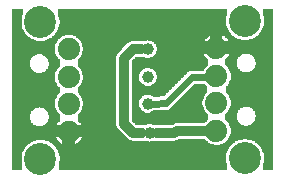
<source format=gbl>
G04 MADE WITH FRITZING*
G04 WWW.FRITZING.ORG*
G04 DOUBLE SIDED*
G04 HOLES PLATED*
G04 CONTOUR ON CENTER OF CONTOUR VECTOR*
%ASAXBY*%
%FSLAX23Y23*%
%MOIN*%
%OFA0B0*%
%SFA1.0B1.0*%
%ADD10C,0.075000*%
%ADD11C,0.074000*%
%ADD12C,0.106614*%
%ADD13C,0.039370*%
%ADD14C,0.024000*%
%ADD15C,0.032000*%
%LNCOPPER0*%
G90*
G70*
G54D10*
X331Y399D03*
G54D11*
X231Y444D03*
X231Y350D03*
X231Y261D03*
X231Y168D03*
G54D12*
X136Y78D03*
X136Y534D03*
G54D11*
X723Y170D03*
X723Y264D03*
X723Y353D03*
X723Y446D03*
G54D12*
X818Y537D03*
X818Y80D03*
G54D13*
X494Y350D03*
X494Y443D03*
X494Y261D03*
X500Y164D03*
G54D14*
X643Y351D02*
X556Y263D01*
D02*
X556Y263D02*
X513Y262D01*
D02*
X687Y351D02*
X643Y351D01*
D02*
X694Y351D02*
X687Y351D01*
G54D15*
D02*
X414Y412D02*
X414Y195D01*
D02*
X593Y171D02*
X680Y170D01*
D02*
X414Y195D02*
X444Y165D01*
D02*
X680Y170D02*
X689Y170D01*
D02*
X525Y164D02*
X581Y164D01*
D02*
X444Y165D02*
X476Y164D01*
D02*
X470Y443D02*
X444Y444D01*
D02*
X581Y164D02*
X593Y171D01*
D02*
X444Y444D02*
X414Y412D01*
G36*
X40Y576D02*
X40Y472D01*
X122Y472D01*
X122Y474D01*
X114Y474D01*
X114Y476D01*
X110Y476D01*
X110Y478D01*
X106Y478D01*
X106Y480D01*
X102Y480D01*
X102Y482D01*
X100Y482D01*
X100Y484D01*
X96Y484D01*
X96Y486D01*
X94Y486D01*
X94Y488D01*
X92Y488D01*
X92Y490D01*
X90Y490D01*
X90Y492D01*
X88Y492D01*
X88Y494D01*
X86Y494D01*
X86Y498D01*
X84Y498D01*
X84Y500D01*
X82Y500D01*
X82Y504D01*
X80Y504D01*
X80Y508D01*
X78Y508D01*
X78Y512D01*
X76Y512D01*
X76Y520D01*
X74Y520D01*
X74Y550D01*
X76Y550D01*
X76Y556D01*
X78Y556D01*
X78Y576D01*
X40Y576D01*
G37*
D02*
G36*
X196Y576D02*
X196Y552D01*
X198Y552D01*
X198Y542D01*
X200Y542D01*
X200Y526D01*
X198Y526D01*
X198Y516D01*
X196Y516D01*
X196Y510D01*
X194Y510D01*
X194Y506D01*
X192Y506D01*
X192Y502D01*
X190Y502D01*
X190Y500D01*
X188Y500D01*
X188Y496D01*
X186Y496D01*
X186Y494D01*
X728Y494D01*
X728Y492D01*
X738Y492D01*
X738Y490D01*
X742Y490D01*
X742Y488D01*
X746Y488D01*
X746Y486D01*
X750Y486D01*
X750Y484D01*
X752Y484D01*
X752Y482D01*
X754Y482D01*
X754Y480D01*
X758Y480D01*
X758Y476D01*
X760Y476D01*
X760Y474D01*
X804Y474D01*
X804Y476D01*
X798Y476D01*
X798Y478D01*
X792Y478D01*
X792Y480D01*
X788Y480D01*
X788Y482D01*
X784Y482D01*
X784Y484D01*
X782Y484D01*
X782Y486D01*
X780Y486D01*
X780Y488D01*
X776Y488D01*
X776Y490D01*
X774Y490D01*
X774Y492D01*
X772Y492D01*
X772Y494D01*
X770Y494D01*
X770Y496D01*
X768Y496D01*
X768Y500D01*
X766Y500D01*
X766Y502D01*
X764Y502D01*
X764Y506D01*
X762Y506D01*
X762Y510D01*
X760Y510D01*
X760Y514D01*
X758Y514D01*
X758Y520D01*
X756Y520D01*
X756Y530D01*
X754Y530D01*
X754Y544D01*
X756Y544D01*
X756Y554D01*
X758Y554D01*
X758Y576D01*
X196Y576D01*
G37*
D02*
G36*
X878Y576D02*
X878Y554D01*
X880Y554D01*
X880Y542D01*
X882Y542D01*
X882Y532D01*
X880Y532D01*
X880Y520D01*
X878Y520D01*
X878Y514D01*
X876Y514D01*
X876Y510D01*
X874Y510D01*
X874Y506D01*
X872Y506D01*
X872Y502D01*
X870Y502D01*
X870Y500D01*
X868Y500D01*
X868Y496D01*
X866Y496D01*
X866Y494D01*
X864Y494D01*
X864Y492D01*
X862Y492D01*
X862Y490D01*
X860Y490D01*
X860Y488D01*
X856Y488D01*
X856Y486D01*
X854Y486D01*
X854Y484D01*
X850Y484D01*
X850Y482D01*
X848Y482D01*
X848Y480D01*
X844Y480D01*
X844Y478D01*
X838Y478D01*
X838Y476D01*
X832Y476D01*
X832Y474D01*
X912Y474D01*
X912Y576D01*
X878Y576D01*
G37*
D02*
G36*
X184Y494D02*
X184Y492D01*
X182Y492D01*
X182Y490D01*
X244Y490D01*
X244Y488D01*
X250Y488D01*
X250Y486D01*
X254Y486D01*
X254Y484D01*
X256Y484D01*
X256Y482D01*
X260Y482D01*
X260Y480D01*
X262Y480D01*
X262Y478D01*
X264Y478D01*
X264Y476D01*
X266Y476D01*
X266Y474D01*
X496Y474D01*
X496Y472D01*
X506Y472D01*
X506Y470D01*
X508Y470D01*
X508Y468D01*
X512Y468D01*
X512Y466D01*
X514Y466D01*
X514Y464D01*
X516Y464D01*
X516Y462D01*
X518Y462D01*
X518Y460D01*
X520Y460D01*
X520Y456D01*
X522Y456D01*
X522Y450D01*
X524Y450D01*
X524Y438D01*
X522Y438D01*
X522Y432D01*
X520Y432D01*
X520Y428D01*
X518Y428D01*
X518Y424D01*
X516Y424D01*
X516Y422D01*
X514Y422D01*
X514Y420D01*
X510Y420D01*
X510Y418D01*
X508Y418D01*
X508Y416D01*
X502Y416D01*
X502Y414D01*
X688Y414D01*
X688Y418D01*
X686Y418D01*
X686Y420D01*
X684Y420D01*
X684Y422D01*
X682Y422D01*
X682Y426D01*
X680Y426D01*
X680Y432D01*
X678Y432D01*
X678Y440D01*
X676Y440D01*
X676Y452D01*
X678Y452D01*
X678Y460D01*
X680Y460D01*
X680Y466D01*
X682Y466D01*
X682Y470D01*
X684Y470D01*
X684Y474D01*
X686Y474D01*
X686Y476D01*
X688Y476D01*
X688Y478D01*
X690Y478D01*
X690Y480D01*
X692Y480D01*
X692Y482D01*
X694Y482D01*
X694Y484D01*
X698Y484D01*
X698Y486D01*
X700Y486D01*
X700Y488D01*
X704Y488D01*
X704Y490D01*
X710Y490D01*
X710Y492D01*
X718Y492D01*
X718Y494D01*
X184Y494D01*
G37*
D02*
G36*
X180Y490D02*
X180Y488D01*
X178Y488D01*
X178Y486D01*
X176Y486D01*
X176Y484D01*
X174Y484D01*
X174Y482D01*
X170Y482D01*
X170Y480D01*
X166Y480D01*
X166Y478D01*
X162Y478D01*
X162Y476D01*
X158Y476D01*
X158Y474D01*
X152Y474D01*
X152Y472D01*
X194Y472D01*
X194Y474D01*
X196Y474D01*
X196Y476D01*
X198Y476D01*
X198Y478D01*
X200Y478D01*
X200Y480D01*
X202Y480D01*
X202Y482D01*
X206Y482D01*
X206Y484D01*
X208Y484D01*
X208Y486D01*
X212Y486D01*
X212Y488D01*
X218Y488D01*
X218Y490D01*
X180Y490D01*
G37*
D02*
G36*
X268Y474D02*
X268Y472D01*
X270Y472D01*
X270Y468D01*
X272Y468D01*
X272Y464D01*
X274Y464D01*
X274Y460D01*
X276Y460D01*
X276Y452D01*
X278Y452D01*
X278Y436D01*
X276Y436D01*
X276Y428D01*
X274Y428D01*
X274Y424D01*
X272Y424D01*
X272Y420D01*
X270Y420D01*
X270Y416D01*
X268Y416D01*
X268Y414D01*
X266Y414D01*
X266Y412D01*
X264Y412D01*
X264Y410D01*
X262Y410D01*
X262Y408D01*
X260Y408D01*
X260Y386D01*
X262Y386D01*
X262Y384D01*
X264Y384D01*
X264Y382D01*
X266Y382D01*
X266Y380D01*
X268Y380D01*
X268Y378D01*
X270Y378D01*
X270Y374D01*
X272Y374D01*
X272Y370D01*
X274Y370D01*
X274Y366D01*
X276Y366D01*
X276Y358D01*
X278Y358D01*
X278Y342D01*
X276Y342D01*
X276Y334D01*
X274Y334D01*
X274Y330D01*
X272Y330D01*
X272Y326D01*
X270Y326D01*
X270Y324D01*
X268Y324D01*
X268Y320D01*
X266Y320D01*
X266Y318D01*
X264Y318D01*
X264Y316D01*
X262Y316D01*
X262Y296D01*
X264Y296D01*
X264Y294D01*
X266Y294D01*
X266Y292D01*
X268Y292D01*
X268Y288D01*
X270Y288D01*
X270Y286D01*
X272Y286D01*
X272Y282D01*
X274Y282D01*
X274Y278D01*
X276Y278D01*
X276Y270D01*
X278Y270D01*
X278Y254D01*
X276Y254D01*
X276Y246D01*
X274Y246D01*
X274Y242D01*
X272Y242D01*
X272Y238D01*
X270Y238D01*
X270Y234D01*
X268Y234D01*
X268Y232D01*
X266Y232D01*
X266Y230D01*
X264Y230D01*
X264Y228D01*
X262Y228D01*
X262Y226D01*
X260Y226D01*
X260Y204D01*
X262Y204D01*
X262Y202D01*
X264Y202D01*
X264Y200D01*
X266Y200D01*
X266Y198D01*
X268Y198D01*
X268Y196D01*
X270Y196D01*
X270Y192D01*
X272Y192D01*
X272Y188D01*
X274Y188D01*
X274Y184D01*
X276Y184D01*
X276Y176D01*
X278Y176D01*
X278Y160D01*
X276Y160D01*
X276Y152D01*
X274Y152D01*
X274Y148D01*
X272Y148D01*
X272Y144D01*
X270Y144D01*
X270Y142D01*
X268Y142D01*
X268Y138D01*
X266Y138D01*
X266Y136D01*
X264Y136D01*
X264Y134D01*
X498Y134D01*
X498Y136D01*
X490Y136D01*
X490Y138D01*
X442Y138D01*
X442Y140D01*
X434Y140D01*
X434Y142D01*
X430Y142D01*
X430Y144D01*
X428Y144D01*
X428Y146D01*
X426Y146D01*
X426Y148D01*
X424Y148D01*
X424Y150D01*
X422Y150D01*
X422Y152D01*
X420Y152D01*
X420Y154D01*
X418Y154D01*
X418Y156D01*
X416Y156D01*
X416Y158D01*
X414Y158D01*
X414Y160D01*
X412Y160D01*
X412Y162D01*
X410Y162D01*
X410Y164D01*
X408Y164D01*
X408Y166D01*
X406Y166D01*
X406Y168D01*
X404Y168D01*
X404Y170D01*
X402Y170D01*
X402Y172D01*
X400Y172D01*
X400Y174D01*
X398Y174D01*
X398Y176D01*
X396Y176D01*
X396Y178D01*
X394Y178D01*
X394Y180D01*
X392Y180D01*
X392Y182D01*
X390Y182D01*
X390Y188D01*
X388Y188D01*
X388Y420D01*
X390Y420D01*
X390Y426D01*
X392Y426D01*
X392Y428D01*
X394Y428D01*
X394Y430D01*
X396Y430D01*
X396Y432D01*
X398Y432D01*
X398Y434D01*
X400Y434D01*
X400Y436D01*
X402Y436D01*
X402Y438D01*
X404Y438D01*
X404Y440D01*
X406Y440D01*
X406Y442D01*
X408Y442D01*
X408Y446D01*
X410Y446D01*
X410Y448D01*
X412Y448D01*
X412Y450D01*
X414Y450D01*
X414Y452D01*
X416Y452D01*
X416Y454D01*
X418Y454D01*
X418Y456D01*
X420Y456D01*
X420Y458D01*
X422Y458D01*
X422Y460D01*
X424Y460D01*
X424Y462D01*
X426Y462D01*
X426Y464D01*
X430Y464D01*
X430Y466D01*
X432Y466D01*
X432Y468D01*
X438Y468D01*
X438Y470D01*
X484Y470D01*
X484Y472D01*
X492Y472D01*
X492Y474D01*
X268Y474D01*
G37*
D02*
G36*
X762Y474D02*
X762Y472D01*
X912Y472D01*
X912Y474D01*
X762Y474D01*
G37*
D02*
G36*
X762Y474D02*
X762Y472D01*
X912Y472D01*
X912Y474D01*
X762Y474D01*
G37*
D02*
G36*
X40Y472D02*
X40Y470D01*
X192Y470D01*
X192Y472D01*
X40Y472D01*
G37*
D02*
G36*
X40Y472D02*
X40Y470D01*
X192Y470D01*
X192Y472D01*
X40Y472D01*
G37*
D02*
G36*
X764Y472D02*
X764Y468D01*
X766Y468D01*
X766Y464D01*
X768Y464D01*
X768Y458D01*
X770Y458D01*
X770Y436D01*
X768Y436D01*
X768Y428D01*
X832Y428D01*
X832Y426D01*
X836Y426D01*
X836Y424D01*
X840Y424D01*
X840Y422D01*
X842Y422D01*
X842Y420D01*
X844Y420D01*
X844Y418D01*
X846Y418D01*
X846Y416D01*
X848Y416D01*
X848Y412D01*
X850Y412D01*
X850Y408D01*
X852Y408D01*
X852Y402D01*
X854Y402D01*
X854Y392D01*
X852Y392D01*
X852Y386D01*
X850Y386D01*
X850Y382D01*
X848Y382D01*
X848Y378D01*
X846Y378D01*
X846Y376D01*
X844Y376D01*
X844Y374D01*
X842Y374D01*
X842Y372D01*
X840Y372D01*
X840Y370D01*
X836Y370D01*
X836Y368D01*
X830Y368D01*
X830Y366D01*
X912Y366D01*
X912Y472D01*
X764Y472D01*
G37*
D02*
G36*
X40Y470D02*
X40Y426D01*
X140Y426D01*
X140Y424D01*
X146Y424D01*
X146Y422D01*
X150Y422D01*
X150Y420D01*
X152Y420D01*
X152Y418D01*
X154Y418D01*
X154Y416D01*
X156Y416D01*
X156Y414D01*
X158Y414D01*
X158Y412D01*
X160Y412D01*
X160Y408D01*
X162Y408D01*
X162Y402D01*
X164Y402D01*
X164Y388D01*
X162Y388D01*
X162Y382D01*
X160Y382D01*
X160Y378D01*
X158Y378D01*
X158Y376D01*
X156Y376D01*
X156Y372D01*
X154Y372D01*
X154Y370D01*
X150Y370D01*
X150Y368D01*
X148Y368D01*
X148Y366D01*
X142Y366D01*
X142Y364D01*
X186Y364D01*
X186Y368D01*
X188Y368D01*
X188Y372D01*
X190Y372D01*
X190Y376D01*
X192Y376D01*
X192Y378D01*
X194Y378D01*
X194Y380D01*
X196Y380D01*
X196Y382D01*
X198Y382D01*
X198Y384D01*
X200Y384D01*
X200Y386D01*
X202Y386D01*
X202Y408D01*
X200Y408D01*
X200Y410D01*
X198Y410D01*
X198Y412D01*
X196Y412D01*
X196Y414D01*
X194Y414D01*
X194Y416D01*
X192Y416D01*
X192Y420D01*
X190Y420D01*
X190Y422D01*
X188Y422D01*
X188Y428D01*
X186Y428D01*
X186Y434D01*
X184Y434D01*
X184Y454D01*
X186Y454D01*
X186Y460D01*
X188Y460D01*
X188Y464D01*
X190Y464D01*
X190Y468D01*
X192Y468D01*
X192Y470D01*
X40Y470D01*
G37*
D02*
G36*
X766Y428D02*
X766Y424D01*
X764Y424D01*
X764Y422D01*
X762Y422D01*
X762Y418D01*
X760Y418D01*
X760Y416D01*
X758Y416D01*
X758Y414D01*
X756Y414D01*
X756Y412D01*
X754Y412D01*
X754Y410D01*
X752Y410D01*
X752Y390D01*
X754Y390D01*
X754Y388D01*
X756Y388D01*
X756Y386D01*
X758Y386D01*
X758Y384D01*
X760Y384D01*
X760Y380D01*
X762Y380D01*
X762Y378D01*
X764Y378D01*
X764Y374D01*
X766Y374D01*
X766Y370D01*
X768Y370D01*
X768Y366D01*
X812Y366D01*
X812Y368D01*
X808Y368D01*
X808Y370D01*
X804Y370D01*
X804Y372D01*
X802Y372D01*
X802Y374D01*
X800Y374D01*
X800Y376D01*
X798Y376D01*
X798Y378D01*
X796Y378D01*
X796Y380D01*
X794Y380D01*
X794Y384D01*
X792Y384D01*
X792Y390D01*
X790Y390D01*
X790Y404D01*
X792Y404D01*
X792Y410D01*
X794Y410D01*
X794Y414D01*
X796Y414D01*
X796Y416D01*
X798Y416D01*
X798Y418D01*
X800Y418D01*
X800Y420D01*
X802Y420D01*
X802Y422D01*
X804Y422D01*
X804Y424D01*
X808Y424D01*
X808Y426D01*
X812Y426D01*
X812Y428D01*
X766Y428D01*
G37*
D02*
G36*
X40Y426D02*
X40Y364D01*
X122Y364D01*
X122Y366D01*
X118Y366D01*
X118Y368D01*
X114Y368D01*
X114Y370D01*
X112Y370D01*
X112Y372D01*
X110Y372D01*
X110Y374D01*
X108Y374D01*
X108Y376D01*
X106Y376D01*
X106Y380D01*
X104Y380D01*
X104Y384D01*
X102Y384D01*
X102Y392D01*
X100Y392D01*
X100Y396D01*
X102Y396D01*
X102Y406D01*
X104Y406D01*
X104Y410D01*
X106Y410D01*
X106Y414D01*
X108Y414D01*
X108Y416D01*
X110Y416D01*
X110Y418D01*
X112Y418D01*
X112Y420D01*
X116Y420D01*
X116Y422D01*
X118Y422D01*
X118Y424D01*
X124Y424D01*
X124Y426D01*
X40Y426D01*
G37*
D02*
G36*
X454Y418D02*
X454Y416D01*
X452Y416D01*
X452Y414D01*
X486Y414D01*
X486Y416D01*
X480Y416D01*
X480Y418D01*
X454Y418D01*
G37*
D02*
G36*
X450Y414D02*
X450Y412D01*
X690Y412D01*
X690Y414D01*
X450Y414D01*
G37*
D02*
G36*
X450Y414D02*
X450Y412D01*
X690Y412D01*
X690Y414D01*
X450Y414D01*
G37*
D02*
G36*
X448Y412D02*
X448Y410D01*
X446Y410D01*
X446Y408D01*
X444Y408D01*
X444Y406D01*
X442Y406D01*
X442Y404D01*
X440Y404D01*
X440Y380D01*
X502Y380D01*
X502Y378D01*
X508Y378D01*
X508Y376D01*
X510Y376D01*
X510Y374D01*
X514Y374D01*
X514Y372D01*
X516Y372D01*
X516Y370D01*
X518Y370D01*
X518Y366D01*
X520Y366D01*
X520Y362D01*
X522Y362D01*
X522Y356D01*
X524Y356D01*
X524Y344D01*
X522Y344D01*
X522Y338D01*
X520Y338D01*
X520Y334D01*
X518Y334D01*
X518Y332D01*
X516Y332D01*
X516Y330D01*
X514Y330D01*
X514Y328D01*
X512Y328D01*
X512Y326D01*
X508Y326D01*
X508Y324D01*
X506Y324D01*
X506Y322D01*
X496Y322D01*
X496Y320D01*
X582Y320D01*
X582Y322D01*
X584Y322D01*
X584Y324D01*
X586Y324D01*
X586Y326D01*
X588Y326D01*
X588Y328D01*
X590Y328D01*
X590Y330D01*
X592Y330D01*
X592Y332D01*
X594Y332D01*
X594Y334D01*
X596Y334D01*
X596Y336D01*
X598Y336D01*
X598Y338D01*
X600Y338D01*
X600Y340D01*
X602Y340D01*
X602Y342D01*
X604Y342D01*
X604Y344D01*
X606Y344D01*
X606Y346D01*
X608Y346D01*
X608Y348D01*
X610Y348D01*
X610Y350D01*
X612Y350D01*
X612Y352D01*
X614Y352D01*
X614Y354D01*
X616Y354D01*
X616Y356D01*
X618Y356D01*
X618Y358D01*
X620Y358D01*
X620Y360D01*
X622Y360D01*
X622Y362D01*
X624Y362D01*
X624Y364D01*
X626Y364D01*
X626Y366D01*
X628Y366D01*
X628Y368D01*
X630Y368D01*
X630Y370D01*
X634Y370D01*
X634Y372D01*
X682Y372D01*
X682Y376D01*
X684Y376D01*
X684Y380D01*
X686Y380D01*
X686Y382D01*
X688Y382D01*
X688Y384D01*
X690Y384D01*
X690Y386D01*
X692Y386D01*
X692Y388D01*
X694Y388D01*
X694Y390D01*
X696Y390D01*
X696Y410D01*
X692Y410D01*
X692Y412D01*
X448Y412D01*
G37*
D02*
G36*
X440Y380D02*
X440Y320D01*
X492Y320D01*
X492Y322D01*
X484Y322D01*
X484Y324D01*
X480Y324D01*
X480Y326D01*
X476Y326D01*
X476Y328D01*
X474Y328D01*
X474Y330D01*
X472Y330D01*
X472Y332D01*
X470Y332D01*
X470Y334D01*
X468Y334D01*
X468Y338D01*
X466Y338D01*
X466Y344D01*
X464Y344D01*
X464Y356D01*
X466Y356D01*
X466Y362D01*
X468Y362D01*
X468Y366D01*
X470Y366D01*
X470Y368D01*
X472Y368D01*
X472Y372D01*
X474Y372D01*
X474Y374D01*
X478Y374D01*
X478Y376D01*
X480Y376D01*
X480Y378D01*
X486Y378D01*
X486Y380D01*
X440Y380D01*
G37*
D02*
G36*
X768Y366D02*
X768Y364D01*
X912Y364D01*
X912Y366D01*
X768Y366D01*
G37*
D02*
G36*
X768Y366D02*
X768Y364D01*
X912Y364D01*
X912Y366D01*
X768Y366D01*
G37*
D02*
G36*
X40Y364D02*
X40Y362D01*
X186Y362D01*
X186Y364D01*
X40Y364D01*
G37*
D02*
G36*
X40Y364D02*
X40Y362D01*
X186Y362D01*
X186Y364D01*
X40Y364D01*
G37*
D02*
G36*
X770Y364D02*
X770Y342D01*
X768Y342D01*
X768Y336D01*
X766Y336D01*
X766Y332D01*
X764Y332D01*
X764Y328D01*
X762Y328D01*
X762Y324D01*
X760Y324D01*
X760Y322D01*
X758Y322D01*
X758Y320D01*
X756Y320D01*
X756Y318D01*
X754Y318D01*
X754Y298D01*
X756Y298D01*
X756Y296D01*
X758Y296D01*
X758Y294D01*
X760Y294D01*
X760Y292D01*
X762Y292D01*
X762Y290D01*
X764Y290D01*
X764Y286D01*
X766Y286D01*
X766Y282D01*
X768Y282D01*
X768Y274D01*
X770Y274D01*
X770Y254D01*
X768Y254D01*
X768Y252D01*
X826Y252D01*
X826Y250D01*
X834Y250D01*
X834Y248D01*
X838Y248D01*
X838Y246D01*
X840Y246D01*
X840Y244D01*
X844Y244D01*
X844Y242D01*
X846Y242D01*
X846Y238D01*
X848Y238D01*
X848Y236D01*
X850Y236D01*
X850Y232D01*
X852Y232D01*
X852Y224D01*
X854Y224D01*
X854Y216D01*
X852Y216D01*
X852Y208D01*
X850Y208D01*
X850Y204D01*
X848Y204D01*
X848Y200D01*
X846Y200D01*
X846Y198D01*
X844Y198D01*
X844Y196D01*
X842Y196D01*
X842Y194D01*
X838Y194D01*
X838Y192D01*
X834Y192D01*
X834Y190D01*
X828Y190D01*
X828Y188D01*
X912Y188D01*
X912Y364D01*
X770Y364D01*
G37*
D02*
G36*
X40Y362D02*
X40Y250D01*
X134Y250D01*
X134Y248D01*
X144Y248D01*
X144Y246D01*
X148Y246D01*
X148Y244D01*
X150Y244D01*
X150Y242D01*
X154Y242D01*
X154Y240D01*
X156Y240D01*
X156Y238D01*
X158Y238D01*
X158Y234D01*
X160Y234D01*
X160Y230D01*
X162Y230D01*
X162Y224D01*
X164Y224D01*
X164Y210D01*
X162Y210D01*
X162Y204D01*
X160Y204D01*
X160Y200D01*
X158Y200D01*
X158Y198D01*
X156Y198D01*
X156Y196D01*
X154Y196D01*
X154Y194D01*
X152Y194D01*
X152Y192D01*
X150Y192D01*
X150Y190D01*
X146Y190D01*
X146Y188D01*
X140Y188D01*
X140Y186D01*
X188Y186D01*
X188Y190D01*
X190Y190D01*
X190Y192D01*
X192Y192D01*
X192Y196D01*
X194Y196D01*
X194Y198D01*
X196Y198D01*
X196Y200D01*
X198Y200D01*
X198Y202D01*
X200Y202D01*
X200Y204D01*
X202Y204D01*
X202Y226D01*
X200Y226D01*
X200Y228D01*
X198Y228D01*
X198Y230D01*
X196Y230D01*
X196Y232D01*
X194Y232D01*
X194Y234D01*
X192Y234D01*
X192Y238D01*
X190Y238D01*
X190Y240D01*
X188Y240D01*
X188Y246D01*
X186Y246D01*
X186Y252D01*
X184Y252D01*
X184Y272D01*
X186Y272D01*
X186Y278D01*
X188Y278D01*
X188Y282D01*
X190Y282D01*
X190Y286D01*
X192Y286D01*
X192Y290D01*
X194Y290D01*
X194Y292D01*
X196Y292D01*
X196Y294D01*
X198Y294D01*
X198Y296D01*
X200Y296D01*
X200Y316D01*
X198Y316D01*
X198Y318D01*
X196Y318D01*
X196Y320D01*
X194Y320D01*
X194Y322D01*
X192Y322D01*
X192Y326D01*
X190Y326D01*
X190Y330D01*
X188Y330D01*
X188Y334D01*
X186Y334D01*
X186Y340D01*
X184Y340D01*
X184Y360D01*
X186Y360D01*
X186Y362D01*
X40Y362D01*
G37*
D02*
G36*
X650Y328D02*
X650Y326D01*
X648Y326D01*
X648Y324D01*
X646Y324D01*
X646Y322D01*
X644Y322D01*
X644Y320D01*
X642Y320D01*
X642Y318D01*
X640Y318D01*
X640Y316D01*
X638Y316D01*
X638Y314D01*
X636Y314D01*
X636Y312D01*
X634Y312D01*
X634Y310D01*
X632Y310D01*
X632Y308D01*
X630Y308D01*
X630Y306D01*
X628Y306D01*
X628Y304D01*
X626Y304D01*
X626Y302D01*
X624Y302D01*
X624Y300D01*
X622Y300D01*
X622Y298D01*
X620Y298D01*
X620Y296D01*
X618Y296D01*
X618Y294D01*
X616Y294D01*
X616Y292D01*
X614Y292D01*
X614Y290D01*
X612Y290D01*
X612Y288D01*
X610Y288D01*
X610Y286D01*
X608Y286D01*
X608Y284D01*
X606Y284D01*
X606Y282D01*
X604Y282D01*
X604Y280D01*
X602Y280D01*
X602Y278D01*
X600Y278D01*
X600Y276D01*
X598Y276D01*
X598Y274D01*
X596Y274D01*
X596Y272D01*
X594Y272D01*
X594Y270D01*
X592Y270D01*
X592Y268D01*
X590Y268D01*
X590Y266D01*
X588Y266D01*
X588Y264D01*
X586Y264D01*
X586Y262D01*
X584Y262D01*
X584Y260D01*
X582Y260D01*
X582Y258D01*
X580Y258D01*
X580Y256D01*
X578Y256D01*
X578Y254D01*
X576Y254D01*
X576Y252D01*
X574Y252D01*
X574Y250D01*
X572Y250D01*
X572Y248D01*
X570Y248D01*
X570Y246D01*
X568Y246D01*
X568Y244D01*
X564Y244D01*
X564Y242D01*
X536Y242D01*
X536Y240D01*
X512Y240D01*
X512Y238D01*
X510Y238D01*
X510Y236D01*
X506Y236D01*
X506Y234D01*
X502Y234D01*
X502Y232D01*
X688Y232D01*
X688Y234D01*
X686Y234D01*
X686Y238D01*
X684Y238D01*
X684Y240D01*
X682Y240D01*
X682Y244D01*
X680Y244D01*
X680Y250D01*
X678Y250D01*
X678Y258D01*
X676Y258D01*
X676Y270D01*
X678Y270D01*
X678Y278D01*
X680Y278D01*
X680Y284D01*
X682Y284D01*
X682Y288D01*
X684Y288D01*
X684Y290D01*
X686Y290D01*
X686Y294D01*
X688Y294D01*
X688Y296D01*
X690Y296D01*
X690Y298D01*
X692Y298D01*
X692Y318D01*
X690Y318D01*
X690Y322D01*
X688Y322D01*
X688Y324D01*
X686Y324D01*
X686Y326D01*
X684Y326D01*
X684Y328D01*
X650Y328D01*
G37*
D02*
G36*
X440Y320D02*
X440Y318D01*
X580Y318D01*
X580Y320D01*
X440Y320D01*
G37*
D02*
G36*
X440Y320D02*
X440Y318D01*
X580Y318D01*
X580Y320D01*
X440Y320D01*
G37*
D02*
G36*
X440Y318D02*
X440Y292D01*
X498Y292D01*
X498Y290D01*
X506Y290D01*
X506Y288D01*
X510Y288D01*
X510Y286D01*
X512Y286D01*
X512Y284D01*
X536Y284D01*
X536Y286D01*
X548Y286D01*
X548Y288D01*
X550Y288D01*
X550Y290D01*
X552Y290D01*
X552Y292D01*
X554Y292D01*
X554Y294D01*
X556Y294D01*
X556Y296D01*
X558Y296D01*
X558Y298D01*
X560Y298D01*
X560Y300D01*
X562Y300D01*
X562Y302D01*
X564Y302D01*
X564Y304D01*
X566Y304D01*
X566Y306D01*
X568Y306D01*
X568Y308D01*
X570Y308D01*
X570Y310D01*
X572Y310D01*
X572Y312D01*
X574Y312D01*
X574Y314D01*
X576Y314D01*
X576Y316D01*
X578Y316D01*
X578Y318D01*
X440Y318D01*
G37*
D02*
G36*
X440Y292D02*
X440Y232D01*
X486Y232D01*
X486Y234D01*
X482Y234D01*
X482Y236D01*
X478Y236D01*
X478Y238D01*
X476Y238D01*
X476Y240D01*
X472Y240D01*
X472Y244D01*
X470Y244D01*
X470Y246D01*
X468Y246D01*
X468Y250D01*
X466Y250D01*
X466Y256D01*
X464Y256D01*
X464Y268D01*
X466Y268D01*
X466Y274D01*
X468Y274D01*
X468Y278D01*
X470Y278D01*
X470Y280D01*
X472Y280D01*
X472Y282D01*
X474Y282D01*
X474Y284D01*
X476Y284D01*
X476Y286D01*
X478Y286D01*
X478Y288D01*
X482Y288D01*
X482Y290D01*
X490Y290D01*
X490Y292D01*
X440Y292D01*
G37*
D02*
G36*
X768Y252D02*
X768Y246D01*
X766Y246D01*
X766Y242D01*
X764Y242D01*
X764Y240D01*
X762Y240D01*
X762Y236D01*
X760Y236D01*
X760Y234D01*
X758Y234D01*
X758Y232D01*
X756Y232D01*
X756Y230D01*
X754Y230D01*
X754Y228D01*
X752Y228D01*
X752Y206D01*
X756Y206D01*
X756Y204D01*
X758Y204D01*
X758Y202D01*
X760Y202D01*
X760Y198D01*
X762Y198D01*
X762Y196D01*
X764Y196D01*
X764Y192D01*
X766Y192D01*
X766Y188D01*
X816Y188D01*
X816Y190D01*
X810Y190D01*
X810Y192D01*
X806Y192D01*
X806Y194D01*
X802Y194D01*
X802Y196D01*
X800Y196D01*
X800Y198D01*
X798Y198D01*
X798Y200D01*
X796Y200D01*
X796Y204D01*
X794Y204D01*
X794Y208D01*
X792Y208D01*
X792Y214D01*
X790Y214D01*
X790Y226D01*
X792Y226D01*
X792Y232D01*
X794Y232D01*
X794Y236D01*
X796Y236D01*
X796Y240D01*
X798Y240D01*
X798Y242D01*
X800Y242D01*
X800Y244D01*
X802Y244D01*
X802Y246D01*
X806Y246D01*
X806Y248D01*
X810Y248D01*
X810Y250D01*
X816Y250D01*
X816Y252D01*
X768Y252D01*
G37*
D02*
G36*
X40Y250D02*
X40Y186D01*
X124Y186D01*
X124Y188D01*
X120Y188D01*
X120Y190D01*
X116Y190D01*
X116Y192D01*
X112Y192D01*
X112Y194D01*
X110Y194D01*
X110Y196D01*
X108Y196D01*
X108Y198D01*
X106Y198D01*
X106Y202D01*
X104Y202D01*
X104Y206D01*
X102Y206D01*
X102Y216D01*
X100Y216D01*
X100Y220D01*
X102Y220D01*
X102Y228D01*
X104Y228D01*
X104Y232D01*
X106Y232D01*
X106Y236D01*
X108Y236D01*
X108Y238D01*
X110Y238D01*
X110Y240D01*
X112Y240D01*
X112Y242D01*
X114Y242D01*
X114Y244D01*
X118Y244D01*
X118Y246D01*
X122Y246D01*
X122Y248D01*
X130Y248D01*
X130Y250D01*
X40Y250D01*
G37*
D02*
G36*
X440Y232D02*
X440Y230D01*
X690Y230D01*
X690Y232D01*
X440Y232D01*
G37*
D02*
G36*
X440Y232D02*
X440Y230D01*
X690Y230D01*
X690Y232D01*
X440Y232D01*
G37*
D02*
G36*
X440Y230D02*
X440Y204D01*
X442Y204D01*
X442Y202D01*
X444Y202D01*
X444Y200D01*
X446Y200D01*
X446Y198D01*
X600Y198D01*
X600Y196D01*
X684Y196D01*
X684Y198D01*
X686Y198D01*
X686Y200D01*
X688Y200D01*
X688Y202D01*
X690Y202D01*
X690Y204D01*
X692Y204D01*
X692Y206D01*
X694Y206D01*
X694Y228D01*
X692Y228D01*
X692Y230D01*
X440Y230D01*
G37*
D02*
G36*
X448Y198D02*
X448Y196D01*
X450Y196D01*
X450Y194D01*
X508Y194D01*
X508Y192D01*
X514Y192D01*
X514Y190D01*
X576Y190D01*
X576Y192D01*
X580Y192D01*
X580Y194D01*
X584Y194D01*
X584Y196D01*
X594Y196D01*
X594Y198D01*
X448Y198D01*
G37*
D02*
G36*
X452Y194D02*
X452Y192D01*
X454Y192D01*
X454Y190D01*
X488Y190D01*
X488Y192D01*
X492Y192D01*
X492Y194D01*
X452Y194D01*
G37*
D02*
G36*
X768Y188D02*
X768Y186D01*
X912Y186D01*
X912Y188D01*
X768Y188D01*
G37*
D02*
G36*
X768Y188D02*
X768Y186D01*
X912Y186D01*
X912Y188D01*
X768Y188D01*
G37*
D02*
G36*
X40Y186D02*
X40Y184D01*
X188Y184D01*
X188Y186D01*
X40Y186D01*
G37*
D02*
G36*
X40Y186D02*
X40Y184D01*
X188Y184D01*
X188Y186D01*
X40Y186D01*
G37*
D02*
G36*
X768Y186D02*
X768Y182D01*
X770Y182D01*
X770Y160D01*
X768Y160D01*
X768Y154D01*
X766Y154D01*
X766Y150D01*
X764Y150D01*
X764Y146D01*
X762Y146D01*
X762Y144D01*
X824Y144D01*
X824Y142D01*
X834Y142D01*
X834Y140D01*
X842Y140D01*
X842Y138D01*
X846Y138D01*
X846Y136D01*
X850Y136D01*
X850Y134D01*
X852Y134D01*
X852Y132D01*
X856Y132D01*
X856Y130D01*
X858Y130D01*
X858Y128D01*
X860Y128D01*
X860Y126D01*
X862Y126D01*
X862Y124D01*
X864Y124D01*
X864Y122D01*
X866Y122D01*
X866Y120D01*
X868Y120D01*
X868Y118D01*
X870Y118D01*
X870Y114D01*
X872Y114D01*
X872Y112D01*
X874Y112D01*
X874Y108D01*
X876Y108D01*
X876Y102D01*
X878Y102D01*
X878Y96D01*
X880Y96D01*
X880Y84D01*
X882Y84D01*
X882Y76D01*
X880Y76D01*
X880Y64D01*
X878Y64D01*
X878Y42D01*
X912Y42D01*
X912Y186D01*
X768Y186D01*
G37*
D02*
G36*
X40Y184D02*
X40Y142D01*
X138Y142D01*
X138Y140D01*
X152Y140D01*
X152Y138D01*
X158Y138D01*
X158Y136D01*
X164Y136D01*
X164Y134D01*
X168Y134D01*
X168Y132D01*
X170Y132D01*
X170Y130D01*
X174Y130D01*
X174Y128D01*
X176Y128D01*
X176Y126D01*
X178Y126D01*
X178Y124D01*
X180Y124D01*
X180Y122D01*
X220Y122D01*
X220Y124D01*
X212Y124D01*
X212Y126D01*
X208Y126D01*
X208Y128D01*
X206Y128D01*
X206Y130D01*
X202Y130D01*
X202Y132D01*
X200Y132D01*
X200Y134D01*
X198Y134D01*
X198Y136D01*
X196Y136D01*
X196Y138D01*
X194Y138D01*
X194Y140D01*
X192Y140D01*
X192Y144D01*
X190Y144D01*
X190Y148D01*
X188Y148D01*
X188Y152D01*
X186Y152D01*
X186Y158D01*
X184Y158D01*
X184Y178D01*
X186Y178D01*
X186Y184D01*
X40Y184D01*
G37*
D02*
G36*
X596Y144D02*
X596Y142D01*
X592Y142D01*
X592Y140D01*
X586Y140D01*
X586Y138D01*
X512Y138D01*
X512Y136D01*
X502Y136D01*
X502Y134D01*
X694Y134D01*
X694Y136D01*
X690Y136D01*
X690Y138D01*
X688Y138D01*
X688Y142D01*
X686Y142D01*
X686Y144D01*
X596Y144D01*
G37*
D02*
G36*
X762Y144D02*
X762Y142D01*
X760Y142D01*
X760Y140D01*
X758Y140D01*
X758Y138D01*
X756Y138D01*
X756Y136D01*
X754Y136D01*
X754Y134D01*
X752Y134D01*
X752Y132D01*
X748Y132D01*
X748Y130D01*
X744Y130D01*
X744Y128D01*
X740Y128D01*
X740Y126D01*
X734Y126D01*
X734Y124D01*
X774Y124D01*
X774Y126D01*
X776Y126D01*
X776Y128D01*
X778Y128D01*
X778Y130D01*
X780Y130D01*
X780Y132D01*
X784Y132D01*
X784Y134D01*
X786Y134D01*
X786Y136D01*
X790Y136D01*
X790Y138D01*
X794Y138D01*
X794Y140D01*
X800Y140D01*
X800Y142D01*
X810Y142D01*
X810Y144D01*
X762Y144D01*
G37*
D02*
G36*
X40Y142D02*
X40Y42D01*
X76Y42D01*
X76Y62D01*
X74Y62D01*
X74Y92D01*
X76Y92D01*
X76Y100D01*
X78Y100D01*
X78Y104D01*
X80Y104D01*
X80Y108D01*
X82Y108D01*
X82Y112D01*
X84Y112D01*
X84Y114D01*
X86Y114D01*
X86Y118D01*
X88Y118D01*
X88Y120D01*
X90Y120D01*
X90Y122D01*
X92Y122D01*
X92Y124D01*
X94Y124D01*
X94Y126D01*
X96Y126D01*
X96Y128D01*
X100Y128D01*
X100Y130D01*
X102Y130D01*
X102Y132D01*
X106Y132D01*
X106Y134D01*
X110Y134D01*
X110Y136D01*
X114Y136D01*
X114Y138D01*
X120Y138D01*
X120Y140D01*
X136Y140D01*
X136Y142D01*
X40Y142D01*
G37*
D02*
G36*
X262Y134D02*
X262Y132D01*
X696Y132D01*
X696Y134D01*
X262Y134D01*
G37*
D02*
G36*
X262Y134D02*
X262Y132D01*
X696Y132D01*
X696Y134D01*
X262Y134D01*
G37*
D02*
G36*
X260Y132D02*
X260Y130D01*
X256Y130D01*
X256Y128D01*
X252Y128D01*
X252Y126D01*
X250Y126D01*
X250Y124D01*
X714Y124D01*
X714Y126D01*
X706Y126D01*
X706Y128D01*
X702Y128D01*
X702Y130D01*
X698Y130D01*
X698Y132D01*
X260Y132D01*
G37*
D02*
G36*
X242Y124D02*
X242Y122D01*
X772Y122D01*
X772Y124D01*
X242Y124D01*
G37*
D02*
G36*
X242Y124D02*
X242Y122D01*
X772Y122D01*
X772Y124D01*
X242Y124D01*
G37*
D02*
G36*
X182Y122D02*
X182Y120D01*
X770Y120D01*
X770Y122D01*
X182Y122D01*
G37*
D02*
G36*
X182Y122D02*
X182Y120D01*
X770Y120D01*
X770Y122D01*
X182Y122D01*
G37*
D02*
G36*
X184Y120D02*
X184Y118D01*
X186Y118D01*
X186Y116D01*
X188Y116D01*
X188Y112D01*
X190Y112D01*
X190Y110D01*
X192Y110D01*
X192Y106D01*
X194Y106D01*
X194Y102D01*
X196Y102D01*
X196Y96D01*
X198Y96D01*
X198Y86D01*
X200Y86D01*
X200Y70D01*
X198Y70D01*
X198Y42D01*
X758Y42D01*
X758Y64D01*
X756Y64D01*
X756Y74D01*
X754Y74D01*
X754Y86D01*
X756Y86D01*
X756Y96D01*
X758Y96D01*
X758Y104D01*
X760Y104D01*
X760Y108D01*
X762Y108D01*
X762Y112D01*
X764Y112D01*
X764Y114D01*
X766Y114D01*
X766Y118D01*
X768Y118D01*
X768Y120D01*
X184Y120D01*
G37*
D02*
G36*
X208Y154D02*
X251Y154D01*
X251Y122D01*
X208Y122D01*
X208Y154D01*
G37*
D02*
G36*
X180Y192D02*
X212Y192D01*
X212Y149D01*
X180Y149D01*
X180Y192D01*
G37*
D02*
G36*
X246Y192D02*
X278Y192D01*
X278Y149D01*
X246Y149D01*
X246Y192D01*
G37*
D02*
G36*
X700Y498D02*
X743Y498D01*
X743Y466D01*
X700Y466D01*
X700Y498D01*
G37*
D02*
G36*
X672Y470D02*
X704Y470D01*
X704Y427D01*
X672Y427D01*
X672Y470D01*
G37*
D02*
G36*
X738Y470D02*
X770Y470D01*
X770Y427D01*
X738Y427D01*
X738Y470D01*
G37*
D02*
G04 End of Copper0*
M02*
</source>
